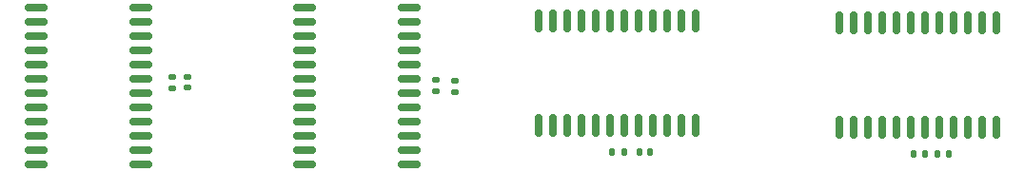
<source format=gbr>
%TF.GenerationSoftware,KiCad,Pcbnew,7.0.9*%
%TF.CreationDate,2024-01-25T00:03:06-08:00*%
%TF.ProjectId,Max7219_FC16,4d617837-3231-4395-9f46-4331362e6b69,rev?*%
%TF.SameCoordinates,Original*%
%TF.FileFunction,Paste,Top*%
%TF.FilePolarity,Positive*%
%FSLAX46Y46*%
G04 Gerber Fmt 4.6, Leading zero omitted, Abs format (unit mm)*
G04 Created by KiCad (PCBNEW 7.0.9) date 2024-01-25 00:03:06*
%MOMM*%
%LPD*%
G01*
G04 APERTURE LIST*
G04 Aperture macros list*
%AMRoundRect*
0 Rectangle with rounded corners*
0 $1 Rounding radius*
0 $2 $3 $4 $5 $6 $7 $8 $9 X,Y pos of 4 corners*
0 Add a 4 corners polygon primitive as box body*
4,1,4,$2,$3,$4,$5,$6,$7,$8,$9,$2,$3,0*
0 Add four circle primitives for the rounded corners*
1,1,$1+$1,$2,$3*
1,1,$1+$1,$4,$5*
1,1,$1+$1,$6,$7*
1,1,$1+$1,$8,$9*
0 Add four rect primitives between the rounded corners*
20,1,$1+$1,$2,$3,$4,$5,0*
20,1,$1+$1,$4,$5,$6,$7,0*
20,1,$1+$1,$6,$7,$8,$9,0*
20,1,$1+$1,$8,$9,$2,$3,0*%
G04 Aperture macros list end*
%ADD10RoundRect,0.140000X-0.140000X-0.170000X0.140000X-0.170000X0.140000X0.170000X-0.140000X0.170000X0*%
%ADD11RoundRect,0.135000X0.135000X0.185000X-0.135000X0.185000X-0.135000X-0.185000X0.135000X-0.185000X0*%
%ADD12RoundRect,0.150000X-0.150000X0.875000X-0.150000X-0.875000X0.150000X-0.875000X0.150000X0.875000X0*%
%ADD13RoundRect,0.150000X-0.875000X-0.150000X0.875000X-0.150000X0.875000X0.150000X-0.875000X0.150000X0*%
%ADD14RoundRect,0.135000X-0.185000X0.135000X-0.185000X-0.135000X0.185000X-0.135000X0.185000X0.135000X0*%
%ADD15RoundRect,0.140000X-0.170000X0.140000X-0.170000X-0.140000X0.170000X-0.140000X0.170000X0.140000X0*%
G04 APERTURE END LIST*
D10*
%TO.C,C3*%
X110800000Y-58851800D03*
X111760000Y-58851800D03*
%TD*%
D11*
%TO.C,R3*%
X108379800Y-58877200D03*
X109399800Y-58877200D03*
%TD*%
D12*
%TO.C,U5*%
X115826668Y-47200000D03*
X114556668Y-47200000D03*
X113286668Y-47200000D03*
X112016668Y-47200000D03*
X110746668Y-47200000D03*
X109476668Y-47200000D03*
X108206668Y-47200000D03*
X106936668Y-47200000D03*
X105666668Y-47200000D03*
X104396668Y-47200000D03*
X103126668Y-47200000D03*
X101856668Y-47200000D03*
X101856668Y-56500000D03*
X103126668Y-56500000D03*
X104396668Y-56500000D03*
X105666668Y-56500000D03*
X106936668Y-56500000D03*
X108206668Y-56500000D03*
X109476668Y-56500000D03*
X110746668Y-56500000D03*
X112016668Y-56500000D03*
X113286668Y-56500000D03*
X114556668Y-56500000D03*
X115826668Y-56500000D03*
%TD*%
D13*
%TO.C,U1*%
X80971600Y-45999400D03*
X80971600Y-47269400D03*
X80971600Y-48539400D03*
X80971600Y-49809400D03*
X80971600Y-51079400D03*
X80971600Y-52349400D03*
X80971600Y-53619400D03*
X80971600Y-54889400D03*
X80971600Y-56159400D03*
X80971600Y-57429400D03*
X80971600Y-58699400D03*
X80971600Y-59969400D03*
X90271600Y-59969400D03*
X90271600Y-58699400D03*
X90271600Y-57429400D03*
X90271600Y-56159400D03*
X90271600Y-54889400D03*
X90271600Y-53619400D03*
X90271600Y-52349400D03*
X90271600Y-51079400D03*
X90271600Y-49809400D03*
X90271600Y-48539400D03*
X90271600Y-47269400D03*
X90271600Y-45999400D03*
%TD*%
D14*
%TO.C,R2*%
X92684600Y-52451000D03*
X92684600Y-53471000D03*
%TD*%
%TO.C,R1*%
X69212200Y-52145400D03*
X69212200Y-53165400D03*
%TD*%
D15*
%TO.C,C2*%
X94411800Y-52552600D03*
X94411800Y-53512600D03*
%TD*%
%TO.C,C1*%
X70586600Y-52171600D03*
X70586600Y-53131600D03*
%TD*%
D10*
%TO.C,C4*%
X137337800Y-59029600D03*
X138297800Y-59029600D03*
%TD*%
D11*
%TO.C,R4*%
X136194800Y-59029600D03*
X135174800Y-59029600D03*
%TD*%
D13*
%TO.C,U3*%
X57095600Y-46015000D03*
X57095600Y-47285000D03*
X57095600Y-48555000D03*
X57095600Y-49825000D03*
X57095600Y-51095000D03*
X57095600Y-52365000D03*
X57095600Y-53635000D03*
X57095600Y-54905000D03*
X57095600Y-56175000D03*
X57095600Y-57445000D03*
X57095600Y-58715000D03*
X57095600Y-59985000D03*
X66395600Y-59985000D03*
X66395600Y-58715000D03*
X66395600Y-57445000D03*
X66395600Y-56175000D03*
X66395600Y-54905000D03*
X66395600Y-53635000D03*
X66395600Y-52365000D03*
X66395600Y-51095000D03*
X66395600Y-49825000D03*
X66395600Y-48555000D03*
X66395600Y-47285000D03*
X66395600Y-46015000D03*
%TD*%
D12*
%TO.C,U7*%
X142570200Y-56696400D03*
X141300200Y-56696400D03*
X140030200Y-56696400D03*
X138760200Y-56696400D03*
X137490200Y-56696400D03*
X136220200Y-56696400D03*
X134950200Y-56696400D03*
X133680200Y-56696400D03*
X132410200Y-56696400D03*
X131140200Y-56696400D03*
X129870200Y-56696400D03*
X128600200Y-56696400D03*
X128600200Y-47396400D03*
X129870200Y-47396400D03*
X131140200Y-47396400D03*
X132410200Y-47396400D03*
X133680200Y-47396400D03*
X134950200Y-47396400D03*
X136220200Y-47396400D03*
X137490200Y-47396400D03*
X138760200Y-47396400D03*
X140030200Y-47396400D03*
X141300200Y-47396400D03*
X142570200Y-47396400D03*
%TD*%
M02*

</source>
